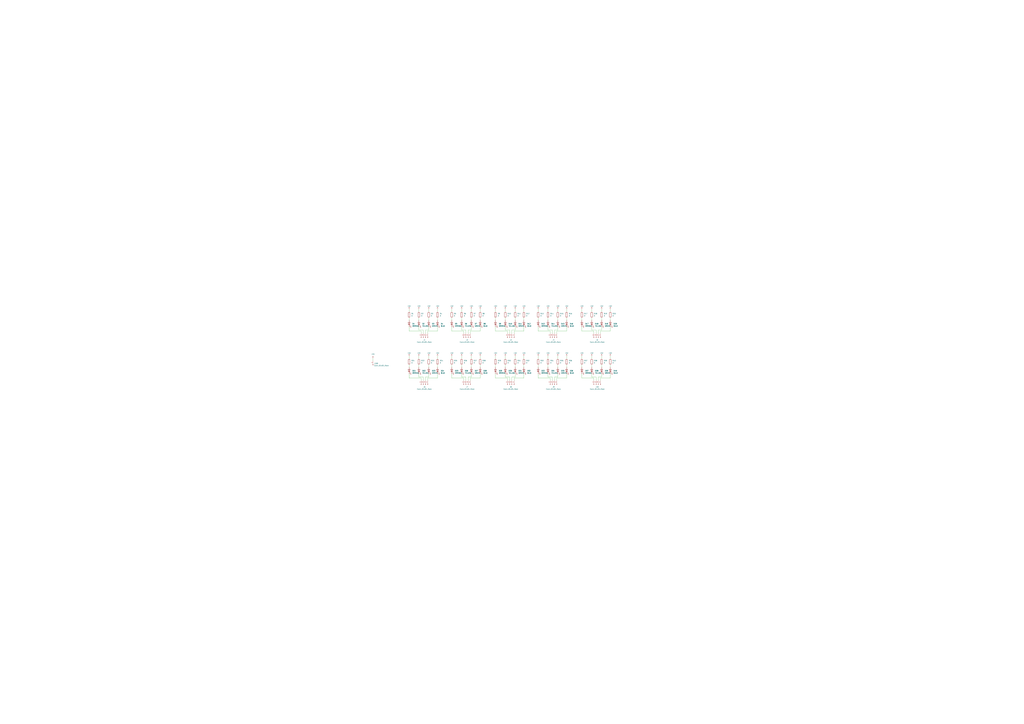
<source format=kicad_sch>
(kicad_sch (version 20211123) (generator eeschema)
  (paper "A0")
  (lib_symbols
    (symbol "Connector:Conn_01x01_Male" (pin_names (offset 1.016) hide)
      (property "Reference" "J" (at 0 2.54 0))
      (property "Value" "Conn_01x01_Male" (at 0 -2.54 0))
      (symbol "Conn_01x01_Male_1_1"
        (polyline (pts (xy 1.27 0) (xy 0.8636 0)) (stroke (width 0.1524)))
        (rectangle (start 0.8636 0.127) (end 0 -0.127) (stroke (width 0.1524)) (fill (type outline)))
        (pin passive line (at 5.08 0 180) (length 3.81) (name "Pin_1") (number "1"))
      )
    )
    (symbol "Connector:Conn_01x04_Male" (pin_names (offset 1.016) hide)
      (property "Reference" "J" (at 0 5.08 0))
      (property "Value" "Conn_01x04_Male" (at 0 -7.62 0))
      (symbol "Conn_01x04_Male_1_1"
        (polyline (pts (xy 1.27 -5.08) (xy 0.8636 -5.08)) (stroke (width 0.1524)))
        (polyline (pts (xy 1.27 -2.54) (xy 0.8636 -2.54)) (stroke (width 0.1524)))
        (polyline (pts (xy 1.27 0) (xy 0.8636 0)) (stroke (width 0.1524)))
        (polyline (pts (xy 1.27 2.54) (xy 0.8636 2.54)) (stroke (width 0.1524)))
        (rectangle (start 0.8636 -4.953) (end 0 -5.207) (stroke (width 0.1524)) (fill (type outline)))
        (rectangle (start 0.8636 -2.413) (end 0 -2.667) (stroke (width 0.1524)) (fill (type outline)))
        (rectangle (start 0.8636 0.127) (end 0 -0.127) (stroke (width 0.1524)) (fill (type outline)))
        (rectangle (start 0.8636 2.667) (end 0 2.413) (stroke (width 0.1524)) (fill (type outline)))
        (pin passive line (at 5.08 2.54 180) (length 3.81) (name "Pin_1") (number "1"))
        (pin passive line (at 5.08 0 180) (length 3.81) (name "Pin_2") (number "2"))
        (pin passive line (at 5.08 -2.54 180) (length 3.81) (name "Pin_3") (number "3"))
        (pin passive line (at 5.08 -5.08 180) (length 3.81) (name "Pin_4") (number "4"))
      )
    )
    (symbol "Device:LED" (pin_numbers hide) (pin_names (offset 1.016) hide)
      (property "Reference" "D" (at 0 2.54 0))
      (property "Value" "LED" (at 0 -2.54 0))
      (symbol "LED_0_1"
        (polyline (pts (xy -1.27 -1.27) (xy -1.27 1.27)) (stroke (width 0.254)))
        (polyline (pts (xy -1.27 0) (xy 1.27 0)))
        (polyline (pts (xy 1.27 -1.27) (xy 1.27 1.27) (xy -1.27 0) (xy 1.27 -1.27)) (stroke (width 0.254)))
        (polyline (pts (xy -3.048 -0.762) (xy -4.572 -2.286) (xy -3.81 -2.286) (xy -4.572 -2.286) (xy -4.572 -1.524)))
        (polyline (pts (xy -1.778 -0.762) (xy -3.302 -2.286) (xy -2.54 -2.286) (xy -3.302 -2.286) (xy -3.302 -1.524)))
      )
      (symbol "LED_1_1"
        (pin passive line (at -3.81 0 0) (length 2.54) (name "K") (number "1"))
        (pin passive line (at 3.81 0 180) (length 2.54) (name "A") (number "2"))
      )
    )
    (symbol "Device:R" (pin_numbers hide) (pin_names (offset 0))
      (property "Reference" "R" (at 2.032 0 90))
      (property "Value" "R" (at 0 0 90))
      (symbol "R_0_1"
        (rectangle (start -1.016 -2.54) (end 1.016 2.54) (stroke (width 0.254)))
      )
      (symbol "R_1_1"
        (pin passive line (at 0 3.81 270) (length 1.27) (name "~") (number "1"))
        (pin passive line (at 0 -3.81 90) (length 1.27) (name "~") (number "2"))
      )
    )
    (symbol "power:+5V" (power) (pin_names (offset 0))
      (property "Value" "+5V" (at 0 3.556 0))
      (symbol "+5V_0_1"
        (polyline (pts (xy -0.762 1.27) (xy 0 2.54)))
        (polyline (pts (xy 0 0) (xy 0 2.54)))
        (polyline (pts (xy 0 2.54) (xy 0.762 1.27)))
      )
      (symbol "+5V_1_1"
        (pin power_in line (at 0 0 90) (length 0) hide (name "+5V") (number "1"))
      )
    )
  )
  (wire (pts (xy 675.64 439.42) (xy 689.61 439.42)))
  (wire (pts (xy 524.51 359.41) (xy 524.51 361.95)))
  (wire (pts (xy 586.74 438.15) (xy 591.82 438.15)))
  (wire (pts (xy 608.33 369.57) (xy 608.33 372.11)))
  (wire (pts (xy 586.74 369.57) (xy 586.74 372.11)))
  (wire (pts (xy 547.37 434.34) (xy 547.37 438.15)))
  (wire (pts (xy 538.48 439.42) (xy 538.48 441.96)))
  (wire (pts (xy 598.17 434.34) (xy 598.17 438.15)))
  (wire (pts (xy 524.51 414.02) (xy 524.51 416.56)))
  (wire (pts (xy 692.15 438.15) (xy 692.15 441.96)))
  (wire (pts (xy 543.56 383.54) (xy 543.56 387.35)))
  (wire (pts (xy 535.94 379.73) (xy 535.94 383.54)))
  (wire (pts (xy 598.17 359.41) (xy 598.17 361.95)))
  (wire (pts (xy 596.9 384.81) (xy 596.9 387.35)))
  (wire (pts (xy 494.03 383.54) (xy 494.03 387.35)))
  (wire (pts (xy 698.5 369.57) (xy 698.5 372.11)))
  (wire (pts (xy 657.86 414.02) (xy 657.86 416.56)))
  (wire (pts (xy 508 439.42) (xy 496.57 439.42)))
  (wire (pts (xy 535.94 359.41) (xy 535.94 361.95)))
  (wire (pts (xy 543.56 438.15) (xy 543.56 441.96)))
  (wire (pts (xy 687.07 369.57) (xy 687.07 372.11)))
  (wire (pts (xy 608.33 424.18) (xy 608.33 426.72)))
  (wire (pts (xy 486.41 424.18) (xy 486.41 426.72)))
  (wire (pts (xy 636.27 379.73) (xy 636.27 383.54)))
  (wire (pts (xy 638.81 439.42) (xy 638.81 441.96)))
  (wire (pts (xy 598.17 438.15) (xy 594.36 438.15)))
  (wire (pts (xy 708.66 369.57) (xy 708.66 372.11)))
  (wire (pts (xy 698.5 434.34) (xy 698.5 438.15)))
  (wire (pts (xy 636.27 438.15) (xy 641.35 438.15)))
  (wire (pts (xy 557.53 384.81) (xy 546.1 384.81)))
  (wire (pts (xy 694.69 383.54) (xy 694.69 387.35)))
  (wire (pts (xy 657.86 384.81) (xy 646.43 384.81)))
  (wire (pts (xy 535.94 434.34) (xy 535.94 438.15)))
  (wire (pts (xy 647.7 414.02) (xy 647.7 416.56)))
  (wire (pts (xy 643.89 438.15) (xy 643.89 441.96)))
  (wire (pts (xy 586.74 424.18) (xy 586.74 426.72)))
  (wire (pts (xy 508 379.73) (xy 508 384.81)))
  (wire (pts (xy 494.03 438.15) (xy 494.03 441.96)))
  (wire (pts (xy 675.64 384.81) (xy 689.61 384.81)))
  (wire (pts (xy 608.33 359.41) (xy 608.33 361.95)))
  (wire (pts (xy 636.27 424.18) (xy 636.27 426.72)))
  (wire (pts (xy 586.74 379.73) (xy 586.74 383.54)))
  (wire (pts (xy 474.98 384.81) (xy 488.95 384.81)))
  (wire (pts (xy 598.17 369.57) (xy 598.17 372.11)))
  (wire (pts (xy 575.31 379.73) (xy 575.31 384.81)))
  (wire (pts (xy 598.17 383.54) (xy 594.36 383.54)))
  (wire (pts (xy 594.36 383.54) (xy 594.36 387.35)))
  (wire (pts (xy 535.94 424.18) (xy 535.94 426.72)))
  (wire (pts (xy 591.82 383.54) (xy 591.82 387.35)))
  (wire (pts (xy 491.49 383.54) (xy 491.49 387.35)))
  (wire (pts (xy 496.57 439.42) (xy 496.57 441.96)))
  (wire (pts (xy 675.64 359.41) (xy 675.64 361.95)))
  (wire (pts (xy 624.84 439.42) (xy 638.81 439.42)))
  (wire (pts (xy 608.33 379.73) (xy 608.33 384.81)))
  (wire (pts (xy 586.74 434.34) (xy 586.74 438.15)))
  (wire (pts (xy 657.86 369.57) (xy 657.86 372.11)))
  (wire (pts (xy 608.33 414.02) (xy 608.33 416.56)))
  (wire (pts (xy 557.53 424.18) (xy 557.53 426.72)))
  (wire (pts (xy 524.51 379.73) (xy 524.51 384.81)))
  (wire (pts (xy 698.5 359.41) (xy 698.5 361.95)))
  (wire (pts (xy 524.51 434.34) (xy 524.51 439.42)))
  (wire (pts (xy 647.7 383.54) (xy 643.89 383.54)))
  (wire (pts (xy 486.41 434.34) (xy 486.41 438.15)))
  (wire (pts (xy 647.7 359.41) (xy 647.7 361.95)))
  (wire (pts (xy 497.84 379.73) (xy 497.84 383.54)))
  (wire (pts (xy 538.48 384.81) (xy 538.48 387.35)))
  (wire (pts (xy 535.94 438.15) (xy 541.02 438.15)))
  (wire (pts (xy 647.7 379.73) (xy 647.7 383.54)))
  (wire (pts (xy 624.84 369.57) (xy 624.84 372.11)))
  (wire (pts (xy 541.02 383.54) (xy 541.02 387.35)))
  (wire (pts (xy 586.74 383.54) (xy 591.82 383.54)))
  (wire (pts (xy 524.51 439.42) (xy 538.48 439.42)))
  (wire (pts (xy 497.84 383.54) (xy 494.03 383.54)))
  (wire (pts (xy 486.41 379.73) (xy 486.41 383.54)))
  (wire (pts (xy 433.07 416.56) (xy 433.07 419.1)))
  (wire (pts (xy 474.98 379.73) (xy 474.98 384.81)))
  (wire (pts (xy 575.31 439.42) (xy 589.28 439.42)))
  (wire (pts (xy 474.98 359.41) (xy 474.98 361.95)))
  (wire (pts (xy 497.84 424.18) (xy 497.84 426.72)))
  (wire (pts (xy 596.9 439.42) (xy 596.9 441.96)))
  (wire (pts (xy 488.95 384.81) (xy 488.95 387.35)))
  (wire (pts (xy 608.33 434.34) (xy 608.33 439.42)))
  (wire (pts (xy 697.23 439.42) (xy 697.23 441.96)))
  (wire (pts (xy 508 414.02) (xy 508 416.56)))
  (wire (pts (xy 638.81 384.81) (xy 638.81 387.35)))
  (wire (pts (xy 708.66 434.34) (xy 708.66 439.42)))
  (wire (pts (xy 708.66 424.18) (xy 708.66 426.72)))
  (wire (pts (xy 497.84 438.15) (xy 494.03 438.15)))
  (wire (pts (xy 641.35 438.15) (xy 641.35 441.96)))
  (wire (pts (xy 575.31 414.02) (xy 575.31 416.56)))
  (wire (pts (xy 675.64 414.02) (xy 675.64 416.56)))
  (wire (pts (xy 586.74 414.02) (xy 586.74 416.56)))
  (wire (pts (xy 697.23 384.81) (xy 697.23 387.35)))
  (wire (pts (xy 508 424.18) (xy 508 426.72)))
  (wire (pts (xy 624.84 414.02) (xy 624.84 416.56)))
  (wire (pts (xy 657.86 424.18) (xy 657.86 426.72)))
  (wire (pts (xy 675.64 424.18) (xy 675.64 426.72)))
  (wire (pts (xy 474.98 424.18) (xy 474.98 426.72)))
  (wire (pts (xy 643.89 383.54) (xy 643.89 387.35)))
  (wire (pts (xy 586.74 359.41) (xy 586.74 361.95)))
  (wire (pts (xy 598.17 414.02) (xy 598.17 416.56)))
  (wire (pts (xy 708.66 414.02) (xy 708.66 416.56)))
  (wire (pts (xy 496.57 384.81) (xy 496.57 387.35)))
  (wire (pts (xy 708.66 384.81) (xy 697.23 384.81)))
  (wire (pts (xy 575.31 369.57) (xy 575.31 372.11)))
  (wire (pts (xy 698.5 383.54) (xy 694.69 383.54)))
  (wire (pts (xy 547.37 414.02) (xy 547.37 416.56)))
  (wire (pts (xy 698.5 379.73) (xy 698.5 383.54)))
  (wire (pts (xy 557.53 439.42) (xy 546.1 439.42)))
  (wire (pts (xy 594.36 438.15) (xy 594.36 441.96)))
  (wire (pts (xy 524.51 369.57) (xy 524.51 372.11)))
  (wire (pts (xy 646.43 439.42) (xy 646.43 441.96)))
  (wire (pts (xy 689.61 439.42) (xy 689.61 441.96)))
  (wire (pts (xy 497.84 414.02) (xy 497.84 416.56)))
  (wire (pts (xy 698.5 438.15) (xy 694.69 438.15)))
  (wire (pts (xy 547.37 424.18) (xy 547.37 426.72)))
  (wire (pts (xy 524.51 424.18) (xy 524.51 426.72)))
  (wire (pts (xy 488.95 439.42) (xy 488.95 441.96)))
  (wire (pts (xy 657.86 439.42) (xy 646.43 439.42)))
  (wire (pts (xy 535.94 414.02) (xy 535.94 416.56)))
  (wire (pts (xy 646.43 384.81) (xy 646.43 387.35)))
  (wire (pts (xy 687.07 359.41) (xy 687.07 361.95)))
  (wire (pts (xy 624.84 379.73) (xy 624.84 384.81)))
  (wire (pts (xy 547.37 438.15) (xy 543.56 438.15)))
  (wire (pts (xy 547.37 379.73) (xy 547.37 383.54)))
  (wire (pts (xy 647.7 424.18) (xy 647.7 426.72)))
  (wire (pts (xy 557.53 359.41) (xy 557.53 361.95)))
  (wire (pts (xy 557.53 379.73) (xy 557.53 384.81)))
  (wire (pts (xy 535.94 369.57) (xy 535.94 372.11)))
  (wire (pts (xy 636.27 359.41) (xy 636.27 361.95)))
  (wire (pts (xy 497.84 359.41) (xy 497.84 361.95)))
  (wire (pts (xy 624.84 359.41) (xy 624.84 361.95)))
  (wire (pts (xy 474.98 369.57) (xy 474.98 372.11)))
  (wire (pts (xy 675.64 379.73) (xy 675.64 384.81)))
  (wire (pts (xy 589.28 439.42) (xy 589.28 441.96)))
  (wire (pts (xy 474.98 414.02) (xy 474.98 416.56)))
  (wire (pts (xy 657.86 359.41) (xy 657.86 361.95)))
  (wire (pts (xy 508 369.57) (xy 508 372.11)))
  (wire (pts (xy 575.31 359.41) (xy 575.31 361.95)))
  (wire (pts (xy 546.1 439.42) (xy 546.1 441.96)))
  (wire (pts (xy 708.66 439.42) (xy 697.23 439.42)))
  (wire (pts (xy 508 384.81) (xy 496.57 384.81)))
  (wire (pts (xy 591.82 438.15) (xy 591.82 441.96)))
  (wire (pts (xy 647.7 438.15) (xy 643.89 438.15)))
  (wire (pts (xy 687.07 434.34) (xy 687.07 438.15)))
  (wire (pts (xy 608.33 439.42) (xy 596.9 439.42)))
  (wire (pts (xy 687.07 424.18) (xy 687.07 426.72)))
  (wire (pts (xy 708.66 359.41) (xy 708.66 361.95)))
  (wire (pts (xy 474.98 439.42) (xy 488.95 439.42)))
  (wire (pts (xy 589.28 384.81) (xy 589.28 387.35)))
  (wire (pts (xy 486.41 369.57) (xy 486.41 372.11)))
  (wire (pts (xy 657.86 434.34) (xy 657.86 439.42)))
  (wire (pts (xy 636.27 414.02) (xy 636.27 416.56)))
  (wire (pts (xy 687.07 379.73) (xy 687.07 383.54)))
  (wire (pts (xy 624.84 384.81) (xy 638.81 384.81)))
  (wire (pts (xy 689.61 384.81) (xy 689.61 387.35)))
  (wire (pts (xy 687.07 438.15) (xy 692.15 438.15)))
  (wire (pts (xy 575.31 434.34) (xy 575.31 439.42)))
  (wire (pts (xy 598.17 379.73) (xy 598.17 383.54)))
  (wire (pts (xy 641.35 383.54) (xy 641.35 387.35)))
  (wire (pts (xy 547.37 383.54) (xy 543.56 383.54)))
  (wire (pts (xy 557.53 369.57) (xy 557.53 372.11)))
  (wire (pts (xy 647.7 434.34) (xy 647.7 438.15)))
  (wire (pts (xy 636.27 369.57) (xy 636.27 372.11)))
  (wire (pts (xy 491.49 438.15) (xy 491.49 441.96)))
  (wire (pts (xy 524.51 384.81) (xy 538.48 384.81)))
  (wire (pts (xy 657.86 379.73) (xy 657.86 384.81)))
  (wire (pts (xy 486.41 383.54) (xy 491.49 383.54)))
  (wire (pts (xy 698.5 424.18) (xy 698.5 426.72)))
  (wire (pts (xy 535.94 383.54) (xy 541.02 383.54)))
  (wire (pts (xy 598.17 424.18) (xy 598.17 426.72)))
  (wire (pts (xy 608.33 384.81) (xy 596.9 384.81)))
  (wire (pts (xy 508 359.41) (xy 508 361.95)))
  (wire (pts (xy 575.31 384.81) (xy 589.28 384.81)))
  (wire (pts (xy 636.27 434.34) (xy 636.27 438.15)))
  (wire (pts (xy 508 434.34) (xy 508 439.42)))
  (wire (pts (xy 497.84 434.34) (xy 497.84 438.15)))
  (wire (pts (xy 708.66 379.73) (xy 708.66 384.81)))
  (wire (pts (xy 486.41 414.02) (xy 486.41 416.56)))
  (wire (pts (xy 486.41 359.41) (xy 486.41 361.95)))
  (wire (pts (xy 636.27 383.54) (xy 641.35 383.54)))
  (wire (pts (xy 546.1 384.81) (xy 546.1 387.35)))
  (wire (pts (xy 497.84 369.57) (xy 497.84 372.11)))
  (wire (pts (xy 486.41 438.15) (xy 491.49 438.15)))
  (wire (pts (xy 698.5 414.02) (xy 698.5 416.56)))
  (wire (pts (xy 692.15 383.54) (xy 692.15 387.35)))
  (wire (pts (xy 675.64 434.34) (xy 675.64 439.42)))
  (wire (pts (xy 557.53 434.34) (xy 557.53 439.42)))
  (wire (pts (xy 687.07 414.02) (xy 687.07 416.56)))
  (wire (pts (xy 541.02 438.15) (xy 541.02 441.96)))
  (wire (pts (xy 694.69 438.15) (xy 694.69 441.96)))
  (wire (pts (xy 547.37 359.41) (xy 547.37 361.95)))
  (wire (pts (xy 624.84 434.34) (xy 624.84 439.42)))
  (wire (pts (xy 675.64 369.57) (xy 675.64 372.11)))
  (wire (pts (xy 687.07 383.54) (xy 692.15 383.54)))
  (wire (pts (xy 647.7 369.57) (xy 647.7 372.11)))
  (wire (pts (xy 474.98 434.34) (xy 474.98 439.42)))
  (wire (pts (xy 624.84 424.18) (xy 624.84 426.72)))
  (wire (pts (xy 575.31 424.18) (xy 575.31 426.72)))
  (wire (pts (xy 547.37 369.57) (xy 547.37 372.11)))
  (wire (pts (xy 557.53 414.02) (xy 557.53 416.56)))
  (symbol (lib_id "Connector:Conn_01x01_Male") (at 433.07 424.18 90) (unit 1)
    (property "Reference" "J100" (at 434.34 422.2749 90) (effects (justify right)))
    (property "Value" "Conn_01x01_Male" (at 434.34 424.8149 90) (effects (justify right)))
    (property "Footprint" "Connector_PinSocket_2.54mm:PinSocket_1x01_P2.54mm_Vertical" (effects hide))
  )
  (symbol (lib_id "Device:R") (at 675.64 365.76 180) (unit 1)
    (property "Reference" "R17" (at 678.18 364.4899 0) (effects (justify right)))
    (property "Value" "R" (at 678.18 367.0299 0) (effects (justify right)))
    (property "Footprint" "Resistor_SMD:R_1206_3216Metric" (effects hide))
  )
  (symbol (lib_id "Device:LED") (at 636.27 375.92 90) (unit 1)
    (property "Reference" "D14" (at 640.08 376.2374 90) (effects (justify right)))
    (property "Value" "YELLOW" (at 640.08 378.7774 90) (effects (justify right)))
    (property "Footprint" "LED_SMD:LED_1210_3225Metric" (effects hide))
  )
  (symbol (lib_id "power:+5V") (at 586.74 359.41 0) (unit 1)
    (property "Reference" "#PWR011" (effects hide))
    (property "Value" "+5V" (at 586.74 355.6 0))
  )
  (symbol (lib_id "power:+5V") (at 497.84 359.41 0) (unit 1)
    (property "Reference" "#PWR04" (effects hide))
    (property "Value" "+5V" (at 497.84 355.6 0))
  )
  (symbol (lib_id "Device:LED") (at 687.07 375.92 90) (unit 1)
    (property "Reference" "D18" (at 690.88 376.2374 90) (effects (justify right)))
    (property "Value" "YELLOW" (at 690.88 378.7774 90) (effects (justify right)))
    (property "Footprint" "LED_SMD:LED_1210_3225Metric" (effects hide))
  )
  (symbol (lib_id "Device:R") (at 636.27 420.37 0) (unit 1)
    (property "Reference" "R34" (at 638.81 419.0999 0) (effects (justify left)))
    (property "Value" "R" (at 638.81 421.6399 0) (effects (justify left)))
    (property "Footprint" "Resistor_SMD:R_1206_3216Metric" (effects hide))
  )
  (symbol (lib_id "Device:R") (at 698.5 420.37 0) (unit 1)
    (property "Reference" "R39" (at 701.04 419.0999 0) (effects (justify left)))
    (property "Value" "R" (at 701.04 421.6399 0) (effects (justify left)))
    (property "Footprint" "Resistor_SMD:R_1206_3216Metric" (effects hide))
  )
  (symbol (lib_id "Device:R") (at 647.7 365.76 0) (unit 1)
    (property "Reference" "R15" (at 650.24 364.4899 0) (effects (justify left)))
    (property "Value" "R" (at 650.24 367.0299 0) (effects (justify left)))
    (property "Footprint" "Resistor_SMD:R_1206_3216Metric" (effects hide))
  )
  (symbol (lib_id "Device:R") (at 675.64 420.37 180) (unit 1)
    (property "Reference" "R37" (at 678.18 419.0999 0) (effects (justify right)))
    (property "Value" "R" (at 678.18 421.6399 0) (effects (justify right)))
    (property "Footprint" "Resistor_SMD:R_1206_3216Metric" (effects hide))
  )
  (symbol (lib_id "power:+5V") (at 486.41 414.02 0) (unit 1)
    (property "Reference" "#PWR023" (effects hide))
    (property "Value" "+5V" (at 486.41 410.21 0))
  )
  (symbol (lib_id "Device:LED") (at 508 375.92 90) (unit 1)
    (property "Reference" "D4" (at 511.81 376.2374 90) (effects (justify right)))
    (property "Value" "BLUE" (at 511.81 378.7774 90) (effects (justify right)))
    (property "Footprint" "LED_SMD:LED_1210_3225Metric" (effects hide))
  )
  (symbol (lib_id "power:+5V") (at 608.33 414.02 0) (unit 1)
    (property "Reference" "#PWR033" (effects hide))
    (property "Value" "+5V" (at 608.33 410.21 0))
  )
  (symbol (lib_id "power:+5V") (at 575.31 359.41 0) (unit 1)
    (property "Reference" "#PWR010" (effects hide))
    (property "Value" "+5V" (at 575.31 355.6 0))
  )
  (symbol (lib_id "power:+5V") (at 698.5 359.41 0) (unit 1)
    (property "Reference" "#PWR020" (effects hide))
    (property "Value" "+5V" (at 698.5 355.6 0))
  )
  (symbol (lib_id "power:+5V") (at 608.33 359.41 0) (unit 1)
    (property "Reference" "#PWR013" (effects hide))
    (property "Value" "+5V" (at 608.33 355.6 0))
  )
  (symbol (lib_id "Device:R") (at 657.86 420.37 0) (unit 1)
    (property "Reference" "R36" (at 660.4 419.0999 0) (effects (justify left)))
    (property "Value" "R" (at 660.4 421.6399 0) (effects (justify left)))
    (property "Footprint" "Resistor_SMD:R_1206_3216Metric" (effects hide))
  )
  (symbol (lib_id "Device:R") (at 598.17 420.37 0) (unit 1)
    (property "Reference" "R31" (at 600.71 419.0999 0) (effects (justify left)))
    (property "Value" "R" (at 600.71 421.6399 0) (effects (justify left)))
    (property "Footprint" "Resistor_SMD:R_1206_3216Metric" (effects hide))
  )
  (symbol (lib_id "Connector:Conn_01x04_Male") (at 491.49 447.04 90) (unit 1)
    (property "Reference" "J6" (at 492.76 449.58 90))
    (property "Value" "Conn_01x04_Male" (at 492.76 452.12 90))
    (property "Footprint" "Connector_PinHeader_2.54mm:PinHeader_1x04_P2.54mm_Horizontal" (effects hide))
  )
  (symbol (lib_id "Device:LED") (at 598.17 375.92 90) (unit 1)
    (property "Reference" "D11" (at 601.98 376.2374 90) (effects (justify right)))
    (property "Value" "GREEN" (at 601.98 378.7774 90) (effects (justify right)))
    (property "Footprint" "LED_SMD:LED_1210_3225Metric" (effects hide))
  )
  (symbol (lib_id "Device:R") (at 486.41 420.37 0) (unit 1)
    (property "Reference" "R22" (at 488.95 419.0999 0) (effects (justify left)))
    (property "Value" "R" (at 488.95 421.6399 0) (effects (justify left)))
    (property "Footprint" "Resistor_SMD:R_1206_3216Metric" (effects hide))
  )
  (symbol (lib_id "Device:R") (at 687.07 365.76 0) (unit 1)
    (property "Reference" "R18" (at 689.61 364.4899 0) (effects (justify left)))
    (property "Value" "R" (at 689.61 367.0299 0) (effects (justify left)))
    (property "Footprint" "Resistor_SMD:R_1206_3216Metric" (effects hide))
  )
  (symbol (lib_id "Device:R") (at 497.84 420.37 0) (unit 1)
    (property "Reference" "R23" (at 500.38 419.0999 0) (effects (justify left)))
    (property "Value" "R" (at 500.38 421.6399 0) (effects (justify left)))
    (property "Footprint" "Resistor_SMD:R_1206_3216Metric" (effects hide))
  )
  (symbol (lib_id "Device:R") (at 586.74 420.37 0) (unit 1)
    (property "Reference" "R30" (at 589.28 419.0999 0) (effects (justify left)))
    (property "Value" "R" (at 589.28 421.6399 0) (effects (justify left)))
    (property "Footprint" "Resistor_SMD:R_1206_3216Metric" (effects hide))
  )
  (symbol (lib_id "power:+5V") (at 647.7 414.02 0) (unit 1)
    (property "Reference" "#PWR036" (effects hide))
    (property "Value" "+5V" (at 647.7 410.21 0))
  )
  (symbol (lib_id "Device:R") (at 474.98 365.76 180) (unit 1)
    (property "Reference" "R1" (at 477.52 364.4899 0) (effects (justify right)))
    (property "Value" "R" (at 477.52 367.0299 0) (effects (justify right)))
    (property "Footprint" "Resistor_SMD:R_1206_3216Metric" (effects hide))
  )
  (symbol (lib_id "power:+5V") (at 636.27 414.02 0) (unit 1)
    (property "Reference" "#PWR035" (effects hide))
    (property "Value" "+5V" (at 636.27 410.21 0))
  )
  (symbol (lib_id "Device:R") (at 708.66 365.76 0) (unit 1)
    (property "Reference" "R20" (at 711.2 364.4899 0) (effects (justify left)))
    (property "Value" "R" (at 711.2 367.0299 0) (effects (justify left)))
    (property "Footprint" "Resistor_SMD:R_1206_3216Metric" (effects hide))
  )
  (symbol (lib_id "Device:LED") (at 557.53 375.92 90) (unit 1)
    (property "Reference" "D8" (at 561.34 376.2374 90) (effects (justify right)))
    (property "Value" "BLUE" (at 561.34 378.7774 90) (effects (justify right)))
    (property "Footprint" "LED_SMD:LED_1210_3225Metric" (effects hide))
  )
  (symbol (lib_id "power:+5V") (at 557.53 414.02 0) (unit 1)
    (property "Reference" "#PWR029" (effects hide))
    (property "Value" "+5V" (at 557.53 410.21 0))
  )
  (symbol (lib_id "Connector:Conn_01x04_Male") (at 494.03 392.43 270) (mirror x) (unit 1)
    (property "Reference" "J1" (at 492.76 394.97 90))
    (property "Value" "Conn_01x04_Male" (at 492.76 397.51 90))
    (property "Footprint" "Connector_PinHeader_2.54mm:PinHeader_1x04_P2.54mm_Horizontal" (effects hide))
  )
  (symbol (lib_id "Device:LED") (at 647.7 375.92 90) (unit 1)
    (property "Reference" "D15" (at 651.51 376.2374 90) (effects (justify right)))
    (property "Value" "GREEN" (at 651.51 378.7774 90) (effects (justify right)))
    (property "Footprint" "LED_SMD:LED_1210_3225Metric" (effects hide))
  )
  (symbol (lib_id "Connector:Conn_01x04_Male") (at 594.36 392.43 270) (mirror x) (unit 1)
    (property "Reference" "J3" (at 593.09 394.97 90))
    (property "Value" "Conn_01x04_Male" (at 593.09 397.51 90))
    (property "Footprint" "Connector_PinHeader_2.54mm:PinHeader_1x04_P2.54mm_Horizontal" (effects hide))
  )
  (symbol (lib_id "Device:R") (at 557.53 420.37 0) (unit 1)
    (property "Reference" "R28" (at 560.07 419.0999 0) (effects (justify left)))
    (property "Value" "R" (at 560.07 421.6399 0) (effects (justify left)))
    (property "Footprint" "Resistor_SMD:R_1206_3216Metric" (effects hide))
  )
  (symbol (lib_id "Device:LED") (at 486.41 430.53 90) (unit 1)
    (property "Reference" "D22" (at 490.22 430.8474 90) (effects (justify right)))
    (property "Value" "YELLOW" (at 490.22 433.3874 90) (effects (justify right)))
    (property "Footprint" "LED_SMD:LED_1210_3225Metric" (effects hide))
  )
  (symbol (lib_id "Device:R") (at 575.31 365.76 180) (unit 1)
    (property "Reference" "R9" (at 577.85 364.4899 0) (effects (justify right)))
    (property "Value" "R" (at 577.85 367.0299 0) (effects (justify right)))
    (property "Footprint" "Resistor_SMD:R_1206_3216Metric" (effects hide))
  )
  (symbol (lib_id "Device:R") (at 508 420.37 0) (unit 1)
    (property "Reference" "R24" (at 510.54 419.0999 0) (effects (justify left)))
    (property "Value" "R" (at 510.54 421.6399 0) (effects (justify left)))
    (property "Footprint" "Resistor_SMD:R_1206_3216Metric" (effects hide))
  )
  (symbol (lib_id "power:+5V") (at 535.94 359.41 0) (unit 1)
    (property "Reference" "#PWR07" (effects hide))
    (property "Value" "+5V" (at 535.94 355.6 0))
  )
  (symbol (lib_id "Device:R") (at 524.51 365.76 180) (unit 1)
    (property "Reference" "R5" (at 527.05 364.4899 0) (effects (justify right)))
    (property "Value" "R" (at 527.05 367.0299 0) (effects (justify right)))
    (property "Footprint" "Resistor_SMD:R_1206_3216Metric" (effects hide))
  )
  (symbol (lib_id "power:+5V") (at 433.07 416.56 0) (unit 1)
    (property "Reference" "#PWR01" (effects hide))
    (property "Value" "+5V" (at 433.07 411.48 0))
  )
  (symbol (lib_id "Device:R") (at 508 365.76 0) (unit 1)
    (property "Reference" "R4" (at 510.54 364.4899 0) (effects (justify left)))
    (property "Value" "R" (at 510.54 367.0299 0) (effects (justify left)))
    (property "Footprint" "Resistor_SMD:R_1206_3216Metric" (effects hide))
  )
  (symbol (lib_id "Device:LED") (at 535.94 430.53 90) (unit 1)
    (property "Reference" "D26" (at 539.75 430.8474 90) (effects (justify right)))
    (property "Value" "YELLOW" (at 539.75 433.3874 90) (effects (justify right)))
    (property "Footprint" "LED_SMD:LED_1210_3225Metric" (effects hide))
  )
  (symbol (lib_id "Device:R") (at 535.94 420.37 0) (unit 1)
    (property "Reference" "R26" (at 538.48 419.0999 0) (effects (justify left)))
    (property "Value" "R" (at 538.48 421.6399 0) (effects (justify left)))
    (property "Footprint" "Resistor_SMD:R_1206_3216Metric" (effects hide))
  )
  (symbol (lib_id "Device:LED") (at 486.41 375.92 90) (unit 1)
    (property "Reference" "D2" (at 490.22 376.2374 90) (effects (justify right)))
    (property "Value" "YELLOW" (at 490.22 378.7774 90) (effects (justify right)))
    (property "Footprint" "LED_SMD:LED_1210_3225Metric" (effects hide))
  )
  (symbol (lib_id "Device:LED") (at 657.86 430.53 90) (unit 1)
    (property "Reference" "D36" (at 661.67 430.8474 90) (effects (justify right)))
    (property "Value" "BLUE" (at 661.67 433.3874 90) (effects (justify right)))
    (property "Footprint" "LED_SMD:LED_1210_3225Metric" (effects hide))
  )
  (symbol (lib_id "Device:LED") (at 698.5 430.53 90) (unit 1)
    (property "Reference" "D39" (at 702.31 430.8474 90) (effects (justify right)))
    (property "Value" "GREEN" (at 702.31 433.3874 90) (effects (justify right)))
    (property "Footprint" "LED_SMD:LED_1210_3225Metric" (effects hide))
  )
  (symbol (lib_id "Device:LED") (at 608.33 375.92 90) (unit 1)
    (property "Reference" "D12" (at 612.14 376.2374 90) (effects (justify right)))
    (property "Value" "BLUE" (at 612.14 378.7774 90) (effects (justify right)))
    (property "Footprint" "LED_SMD:LED_1210_3225Metric" (effects hide))
  )
  (symbol (lib_id "power:+5V") (at 586.74 414.02 0) (unit 1)
    (property "Reference" "#PWR031" (effects hide))
    (property "Value" "+5V" (at 586.74 410.21 0))
  )
  (symbol (lib_id "Connector:Conn_01x04_Male") (at 543.56 392.43 270) (mirror x) (unit 1)
    (property "Reference" "J2" (at 542.29 394.97 90))
    (property "Value" "Conn_01x04_Male" (at 542.29 397.51 90))
    (property "Footprint" "Connector_PinHeader_2.54mm:PinHeader_1x04_P2.54mm_Horizontal" (effects hide))
  )
  (symbol (lib_id "Device:LED") (at 698.5 375.92 90) (unit 1)
    (property "Reference" "D19" (at 702.31 376.2374 90) (effects (justify right)))
    (property "Value" "GREEN" (at 702.31 378.7774 90) (effects (justify right)))
    (property "Footprint" "LED_SMD:LED_1210_3225Metric" (effects hide))
  )
  (symbol (lib_id "power:+5V") (at 657.86 414.02 0) (unit 1)
    (property "Reference" "#PWR037" (effects hide))
    (property "Value" "+5V" (at 657.86 410.21 0))
  )
  (symbol (lib_id "Device:LED") (at 657.86 375.92 90) (unit 1)
    (property "Reference" "D16" (at 661.67 376.2374 90) (effects (justify right)))
    (property "Value" "BLUE" (at 661.67 378.7774 90) (effects (justify right)))
    (property "Footprint" "LED_SMD:LED_1210_3225Metric" (effects hide))
  )
  (symbol (lib_id "Device:LED") (at 708.66 375.92 90) (unit 1)
    (property "Reference" "D20" (at 712.47 376.2374 90) (effects (justify right)))
    (property "Value" "BLUE" (at 712.47 378.7774 90) (effects (justify right)))
    (property "Footprint" "LED_SMD:LED_1210_3225Metric" (effects hide))
  )
  (symbol (lib_id "Device:R") (at 687.07 420.37 0) (unit 1)
    (property "Reference" "R38" (at 689.61 419.0999 0) (effects (justify left)))
    (property "Value" "R" (at 689.61 421.6399 0) (effects (justify left)))
    (property "Footprint" "Resistor_SMD:R_1206_3216Metric" (effects hide))
  )
  (symbol (lib_id "Device:LED") (at 524.51 375.92 90) (unit 1)
    (property "Reference" "D5" (at 528.32 376.2374 90) (effects (justify right)))
    (property "Value" "ORANGE" (at 528.32 378.7774 90) (effects (justify right)))
    (property "Footprint" "LED_SMD:LED_1210_3225Metric" (effects hide))
  )
  (symbol (lib_id "Device:LED") (at 636.27 430.53 90) (unit 1)
    (property "Reference" "D34" (at 640.08 430.8474 90) (effects (justify right)))
    (property "Value" "YELLOW" (at 640.08 433.3874 90) (effects (justify right)))
    (property "Footprint" "LED_SMD:LED_1210_3225Metric" (effects hide))
  )
  (symbol (lib_id "Device:LED") (at 708.66 430.53 90) (unit 1)
    (property "Reference" "D40" (at 712.47 430.8474 90) (effects (justify right)))
    (property "Value" "BLUE" (at 712.47 433.3874 90) (effects (justify right)))
    (property "Footprint" "LED_SMD:LED_1210_3225Metric" (effects hide))
  )
  (symbol (lib_id "power:+5V") (at 598.17 414.02 0) (unit 1)
    (property "Reference" "#PWR032" (effects hide))
    (property "Value" "+5V" (at 598.17 410.21 0))
  )
  (symbol (lib_id "Device:R") (at 624.84 420.37 180) (unit 1)
    (property "Reference" "R33" (at 627.38 419.0999 0) (effects (justify right)))
    (property "Value" "R" (at 627.38 421.6399 0) (effects (justify right)))
    (property "Footprint" "Resistor_SMD:R_1206_3216Metric" (effects hide))
  )
  (symbol (lib_id "Device:LED") (at 535.94 375.92 90) (unit 1)
    (property "Reference" "D6" (at 539.75 376.2374 90) (effects (justify right)))
    (property "Value" "YELLOW" (at 539.75 378.7774 90) (effects (justify right)))
    (property "Footprint" "LED_SMD:LED_1210_3225Metric" (effects hide))
  )
  (symbol (lib_id "Device:LED") (at 608.33 430.53 90) (unit 1)
    (property "Reference" "D32" (at 612.14 430.8474 90) (effects (justify right)))
    (property "Value" "BLUE" (at 612.14 433.3874 90) (effects (justify right)))
    (property "Footprint" "LED_SMD:LED_1210_3225Metric" (effects hide))
  )
  (symbol (lib_id "Device:LED") (at 598.17 430.53 90) (unit 1)
    (property "Reference" "D31" (at 601.98 430.8474 90) (effects (justify right)))
    (property "Value" "GREEN" (at 601.98 433.3874 90) (effects (justify right)))
    (property "Footprint" "LED_SMD:LED_1210_3225Metric" (effects hide))
  )
  (symbol (lib_id "Device:LED") (at 497.84 375.92 90) (unit 1)
    (property "Reference" "D3" (at 501.65 376.2374 90) (effects (justify right)))
    (property "Value" "GREEN" (at 501.65 378.7774 90) (effects (justify right)))
    (property "Footprint" "LED_SMD:LED_1210_3225Metric" (effects hide))
  )
  (symbol (lib_id "Device:R") (at 608.33 420.37 0) (unit 1)
    (property "Reference" "R32" (at 610.87 419.0999 0) (effects (justify left)))
    (property "Value" "R" (at 610.87 421.6399 0) (effects (justify left)))
    (property "Footprint" "Resistor_SMD:R_1206_3216Metric" (effects hide))
  )
  (symbol (lib_id "power:+5V") (at 624.84 359.41 0) (unit 1)
    (property "Reference" "#PWR014" (effects hide))
    (property "Value" "+5V" (at 624.84 355.6 0))
  )
  (symbol (lib_id "power:+5V") (at 547.37 359.41 0) (unit 1)
    (property "Reference" "#PWR08" (effects hide))
    (property "Value" "+5V" (at 547.37 355.6 0))
  )
  (symbol (lib_id "power:+5V") (at 598.17 359.41 0) (unit 1)
    (property "Reference" "#PWR012" (effects hide))
    (property "Value" "+5V" (at 598.17 355.6 0))
  )
  (symbol (lib_id "power:+5V") (at 508 359.41 0) (unit 1)
    (property "Reference" "#PWR05" (effects hide))
    (property "Value" "+5V" (at 508 355.6 0))
  )
  (symbol (lib_id "power:+5V") (at 675.64 359.41 0) (unit 1)
    (property "Reference" "#PWR018" (effects hide))
    (property "Value" "+5V" (at 675.64 355.6 0))
  )
  (symbol (lib_id "power:+5V") (at 474.98 414.02 0) (unit 1)
    (property "Reference" "#PWR022" (effects hide))
    (property "Value" "+5V" (at 474.98 410.21 0))
  )
  (symbol (lib_id "power:+5V") (at 474.98 359.41 0) (unit 1)
    (property "Reference" "#PWR02" (effects hide))
    (property "Value" "+5V" (at 474.98 355.6 0))
  )
  (symbol (lib_id "power:+5V") (at 547.37 414.02 0) (unit 1)
    (property "Reference" "#PWR028" (effects hide))
    (property "Value" "+5V" (at 547.37 410.21 0))
  )
  (symbol (lib_id "Connector:Conn_01x04_Male") (at 694.69 392.43 270) (mirror x) (unit 1)
    (property "Reference" "J5" (at 693.42 394.97 90))
    (property "Value" "Conn_01x04_Male" (at 693.42 397.51 90))
    (property "Footprint" "Connector_PinHeader_2.54mm:PinHeader_1x04_P2.54mm_Horizontal" (effects hide))
  )
  (symbol (lib_id "power:+5V") (at 557.53 359.41 0) (unit 1)
    (property "Reference" "#PWR09" (effects hide))
    (property "Value" "+5V" (at 557.53 355.6 0))
  )
  (symbol (lib_id "power:+5V") (at 687.07 414.02 0) (unit 1)
    (property "Reference" "#PWR039" (effects hide))
    (property "Value" "+5V" (at 687.07 410.21 0))
  )
  (symbol (lib_id "power:+5V") (at 636.27 359.41 0) (unit 1)
    (property "Reference" "#PWR015" (effects hide))
    (property "Value" "+5V" (at 636.27 355.6 0))
  )
  (symbol (lib_id "power:+5V") (at 698.5 414.02 0) (unit 1)
    (property "Reference" "#PWR040" (effects hide))
    (property "Value" "+5V" (at 698.5 410.21 0))
  )
  (symbol (lib_id "Device:R") (at 636.27 365.76 0) (unit 1)
    (property "Reference" "R14" (at 638.81 364.4899 0) (effects (justify left)))
    (property "Value" "R" (at 638.81 367.0299 0) (effects (justify left)))
    (property "Footprint" "Resistor_SMD:R_1206_3216Metric" (effects hide))
  )
  (symbol (lib_id "Device:R") (at 535.94 365.76 0) (unit 1)
    (property "Reference" "R6" (at 538.48 364.4899 0) (effects (justify left)))
    (property "Value" "R" (at 538.48 367.0299 0) (effects (justify left)))
    (property "Footprint" "Resistor_SMD:R_1206_3216Metric" (effects hide))
  )
  (symbol (lib_id "power:+5V") (at 687.07 359.41 0) (unit 1)
    (property "Reference" "#PWR019" (effects hide))
    (property "Value" "+5V" (at 687.07 355.6 0))
  )
  (symbol (lib_id "Device:LED") (at 575.31 430.53 90) (unit 1)
    (property "Reference" "D29" (at 579.12 430.8474 90) (effects (justify right)))
    (property "Value" "ORANGE" (at 579.12 433.3874 90) (effects (justify right)))
    (property "Footprint" "LED_SMD:LED_1210_3225Metric" (effects hide))
  )
  (symbol (lib_id "Device:LED") (at 497.84 430.53 90) (unit 1)
    (property "Reference" "D23" (at 501.65 430.8474 90) (effects (justify right)))
    (property "Value" "GREEN" (at 501.65 433.3874 90) (effects (justify right)))
    (property "Footprint" "LED_SMD:LED_1210_3225Metric" (effects hide))
  )
  (symbol (lib_id "Device:LED") (at 586.74 375.92 90) (unit 1)
    (property "Reference" "D10" (at 590.55 376.2374 90) (effects (justify right)))
    (property "Value" "YELLOW" (at 590.55 378.7774 90) (effects (justify right)))
    (property "Footprint" "LED_SMD:LED_1210_3225Metric" (effects hide))
  )
  (symbol (lib_id "power:+5V") (at 657.86 359.41 0) (unit 1)
    (property "Reference" "#PWR017" (effects hide))
    (property "Value" "+5V" (at 657.86 355.6 0))
  )
  (symbol (lib_id "power:+5V") (at 624.84 414.02 0) (unit 1)
    (property "Reference" "#PWR034" (effects hide))
    (property "Value" "+5V" (at 624.84 410.21 0))
  )
  (symbol (lib_id "power:+5V") (at 535.94 414.02 0) (unit 1)
    (property "Reference" "#PWR027" (effects hide))
    (property "Value" "+5V" (at 535.94 410.21 0))
  )
  (symbol (lib_id "Device:LED") (at 687.07 430.53 90) (unit 1)
    (property "Reference" "D38" (at 690.88 430.8474 90) (effects (justify right)))
    (property "Value" "YELLOW" (at 690.88 433.3874 90) (effects (justify right)))
    (property "Footprint" "LED_SMD:LED_1210_3225Metric" (effects hide))
  )
  (symbol (lib_id "Device:LED") (at 547.37 375.92 90) (unit 1)
    (property "Reference" "D7" (at 551.18 376.2374 90) (effects (justify right)))
    (property "Value" "GREEN" (at 551.18 378.7774 90) (effects (justify right)))
    (property "Footprint" "LED_SMD:LED_1210_3225Metric" (effects hide))
  )
  (symbol (lib_id "Device:LED") (at 675.64 375.92 90) (unit 1)
    (property "Reference" "D17" (at 679.45 376.2374 90) (effects (justify right)))
    (property "Value" "ORANGE" (at 679.45 378.7774 90) (effects (justify right)))
    (property "Footprint" "LED_SMD:LED_1210_3225Metric" (effects hide))
  )
  (symbol (lib_id "Device:R") (at 598.17 365.76 0) (unit 1)
    (property "Reference" "R11" (at 600.71 364.4899 0) (effects (justify left)))
    (property "Value" "R" (at 600.71 367.0299 0) (effects (justify left)))
    (property "Footprint" "Resistor_SMD:R_1206_3216Metric" (effects hide))
  )
  (symbol (lib_id "Device:LED") (at 647.7 430.53 90) (unit 1)
    (property "Reference" "D35" (at 651.51 430.8474 90) (effects (justify right)))
    (property "Value" "GREEN" (at 651.51 433.3874 90) (effects (justify right)))
    (property "Footprint" "LED_SMD:LED_1210_3225Metric" (effects hide))
  )
  (symbol (lib_id "power:+5V") (at 524.51 414.02 0) (unit 1)
    (property "Reference" "#PWR026" (effects hide))
    (property "Value" "+5V" (at 524.51 410.21 0))
  )
  (symbol (lib_id "Device:LED") (at 474.98 430.53 90) (unit 1)
    (property "Reference" "D21" (at 478.79 430.8474 90) (effects (justify right)))
    (property "Value" "ORANGE" (at 478.79 433.3874 90) (effects (justify right)))
    (property "Footprint" "LED_SMD:LED_1210_3225Metric" (effects hide))
  )
  (symbol (lib_id "Device:R") (at 557.53 365.76 0) (unit 1)
    (property "Reference" "R8" (at 560.07 364.4899 0) (effects (justify left)))
    (property "Value" "R" (at 560.07 367.0299 0) (effects (justify left)))
    (property "Footprint" "Resistor_SMD:R_1206_3216Metric" (effects hide))
  )
  (symbol (lib_id "power:+5V") (at 575.31 414.02 0) (unit 1)
    (property "Reference" "#PWR030" (effects hide))
    (property "Value" "+5V" (at 575.31 410.21 0))
  )
  (symbol (lib_id "power:+5V") (at 508 414.02 0) (unit 1)
    (property "Reference" "#PWR025" (effects hide))
    (property "Value" "+5V" (at 508 410.21 0))
  )
  (symbol (lib_id "Device:LED") (at 675.64 430.53 90) (unit 1)
    (property "Reference" "D37" (at 679.45 430.8474 90) (effects (justify right)))
    (property "Value" "ORANGE" (at 679.45 433.3874 90) (effects (justify right)))
    (property "Footprint" "LED_SMD:LED_1210_3225Metric" (effects hide))
  )
  (symbol (lib_id "Device:R") (at 657.86 365.76 0) (unit 1)
    (property "Reference" "R16" (at 660.4 364.4899 0) (effects (justify left)))
    (property "Value" "R" (at 660.4 367.0299 0) (effects (justify left)))
    (property "Footprint" "Resistor_SMD:R_1206_3216Metric" (effects hide))
  )
  (symbol (lib_id "power:+5V") (at 675.64 414.02 0) (unit 1)
    (property "Reference" "#PWR038" (effects hide))
    (property "Value" "+5V" (at 675.64 410.21 0))
  )
  (symbol (lib_id "Device:R") (at 474.98 420.37 180) (unit 1)
    (property "Reference" "R21" (at 477.52 419.0999 0) (effects (justify right)))
    (property "Value" "R" (at 477.52 421.6399 0) (effects (justify right)))
    (property "Footprint" "Resistor_SMD:R_1206_3216Metric" (effects hide))
  )
  (symbol (lib_id "power:+5V") (at 524.51 359.41 0) (unit 1)
    (property "Reference" "#PWR06" (effects hide))
    (property "Value" "+5V" (at 524.51 355.6 0))
  )
  (symbol (lib_id "Device:R") (at 624.84 365.76 180) (unit 1)
    (property "Reference" "R13" (at 627.38 364.4899 0) (effects (justify right)))
    (property "Value" "R" (at 627.38 367.0299 0) (effects (justify right)))
    (property "Footprint" "Resistor_SMD:R_1206_3216Metric" (effects hide))
  )
  (symbol (lib_id "Device:R") (at 575.31 420.37 180) (unit 1)
    (property "Reference" "R29" (at 577.85 419.0999 0) (effects (justify right)))
    (property "Value" "R" (at 577.85 421.6399 0) (effects (justify right)))
    (property "Footprint" "Resistor_SMD:R_1206_3216Metric" (effects hide))
  )
  (symbol (lib_id "Device:R") (at 524.51 420.37 180) (unit 1)
    (property "Reference" "R25" (at 527.05 419.0999 0) (effects (justify right)))
    (property "Value" "R" (at 527.05 421.6399 0) (effects (justify right)))
    (property "Footprint" "Resistor_SMD:R_1206_3216Metric" (effects hide))
  )
  (symbol (lib_id "Device:LED") (at 524.51 430.53 90) (unit 1)
    (property "Reference" "D25" (at 528.32 430.8474 90) (effects (justify right)))
    (property "Value" "ORANGE" (at 528.32 433.3874 90) (effects (justify right)))
    (property "Footprint" "LED_SMD:LED_1210_3225Metric" (effects hide))
  )
  (symbol (lib_id "Device:LED") (at 557.53 430.53 90) (unit 1)
    (property "Reference" "D28" (at 561.34 430.8474 90) (effects (justify right)))
    (property "Value" "BLUE" (at 561.34 433.3874 90) (effects (justify right)))
    (property "Footprint" "LED_SMD:LED_1210_3225Metric" (effects hide))
  )
  (symbol (lib_id "Device:R") (at 547.37 420.37 0) (unit 1)
    (property "Reference" "R27" (at 549.91 419.0999 0) (effects (justify left)))
    (property "Value" "R" (at 549.91 421.6399 0) (effects (justify left)))
    (property "Footprint" "Resistor_SMD:R_1206_3216Metric" (effects hide))
  )
  (symbol (lib_id "Device:R") (at 586.74 365.76 0) (unit 1)
    (property "Reference" "R10" (at 589.28 364.4899 0) (effects (justify left)))
    (property "Value" "R" (at 589.28 367.0299 0) (effects (justify left)))
    (property "Footprint" "Resistor_SMD:R_1206_3216Metric" (effects hide))
  )
  (symbol (lib_id "power:+5V") (at 497.84 414.02 0) (unit 1)
    (property "Reference" "#PWR024" (effects hide))
    (property "Value" "+5V" (at 497.84 410.21 0))
  )
  (symbol (lib_id "Device:LED") (at 474.98 375.92 90) (unit 1)
    (property "Reference" "D1" (at 478.79 376.2374 90) (effects (justify right)))
    (property "Value" "ORANGE" (at 478.79 378.7774 90) (effects (justify right)))
    (property "Footprint" "LED_SMD:LED_1210_3225Metric" (effects hide))
  )
  (symbol (lib_id "Device:LED") (at 547.37 430.53 90) (unit 1)
    (property "Reference" "D27" (at 551.18 430.8474 90) (effects (justify right)))
    (property "Value" "GREEN" (at 551.18 433.3874 90) (effects (justify right)))
    (property "Footprint" "LED_SMD:LED_1210_3225Metric" (effects hide))
  )
  (symbol (lib_id "Device:LED") (at 508 430.53 90) (unit 1)
    (property "Reference" "D24" (at 511.81 430.8474 90) (effects (justify right)))
    (property "Value" "BLUE" (at 511.81 433.3874 90) (effects (justify right)))
    (property "Footprint" "LED_SMD:LED_1210_3225Metric" (effects hide))
  )
  (symbol (lib_id "Connector:Conn_01x04_Male") (at 641.35 447.04 90) (unit 1)
    (property "Reference" "J9" (at 642.62 449.58 90))
    (property "Value" "Conn_01x04_Male" (at 642.62 452.12 90))
    (property "Footprint" "Connector_PinHeader_2.54mm:PinHeader_1x04_P2.54mm_Horizontal" (effects hide))
  )
  (symbol (lib_id "Device:R") (at 486.41 365.76 0) (unit 1)
    (property "Reference" "R2" (at 488.95 364.4899 0) (effects (justify left)))
    (property "Value" "R" (at 488.95 367.0299 0) (effects (justify left)))
    (property "Footprint" "Resistor_SMD:R_1206_3216Metric" (effects hide))
  )
  (symbol (lib_id "Device:R") (at 497.84 365.76 0) (unit 1)
    (property "Reference" "R3" (at 500.38 364.4899 0) (effects (justify left)))
    (property "Value" "R" (at 500.38 367.0299 0) (effects (justify left)))
    (property "Footprint" "Resistor_SMD:R_1206_3216Metric" (effects hide))
  )
  (symbol (lib_id "Connector:Conn_01x04_Male") (at 643.89 392.43 270) (mirror x) (unit 1)
    (property "Reference" "J4" (at 642.62 394.97 90))
    (property "Value" "Conn_01x04_Male" (at 642.62 397.51 90))
    (property "Footprint" "Connector_PinHeader_2.54mm:PinHeader_1x04_P2.54mm_Horizontal" (effects hide))
  )
  (symbol (lib_id "Device:R") (at 547.37 365.76 0) (unit 1)
    (property "Reference" "R7" (at 549.91 364.4899 0) (effects (justify left)))
    (property "Value" "R" (at 549.91 367.0299 0) (effects (justify left)))
    (property "Footprint" "Resistor_SMD:R_1206_3216Metric" (effects hide))
  )
  (symbol (lib_id "power:+5V") (at 708.66 359.41 0) (unit 1)
    (property "Reference" "#PWR021" (effects hide))
    (property "Value" "+5V" (at 708.66 355.6 0))
  )
  (symbol (lib_id "Device:R") (at 608.33 365.76 0) (unit 1)
    (property "Reference" "R12" (at 610.87 364.4899 0) (effects (justify left)))
    (property "Value" "R" (at 610.87 367.0299 0) (effects (justify left)))
    (property "Footprint" "Resistor_SMD:R_1206_3216Metric" (effects hide))
  )
  (symbol (lib_id "Device:LED") (at 586.74 430.53 90) (unit 1)
    (property "Reference" "D30" (at 590.55 430.8474 90) (effects (justify right)))
    (property "Value" "YELLOW" (at 590.55 433.3874 90) (effects (justify right)))
    (property "Footprint" "LED_SMD:LED_1210_3225Metric" (effects hide))
  )
  (symbol (lib_id "Device:LED") (at 624.84 375.92 90) (unit 1)
    (property "Reference" "D13" (at 628.65 376.2374 90) (effects (justify right)))
    (property "Value" "ORANGE" (at 628.65 378.7774 90) (effects (justify right)))
    (property "Footprint" "LED_SMD:LED_1210_3225Metric" (effects hide))
  )
  (symbol (lib_id "Device:R") (at 647.7 420.37 0) (unit 1)
    (property "Reference" "R35" (at 650.24 419.0999 0) (effects (justify left)))
    (property "Value" "R" (at 650.24 421.6399 0) (effects (justify left)))
    (property "Footprint" "Resistor_SMD:R_1206_3216Metric" (effects hide))
  )
  (symbol (lib_id "power:+5V") (at 708.66 414.02 0) (unit 1)
    (property "Reference" "#PWR041" (effects hide))
    (property "Value" "+5V" (at 708.66 410.21 0))
  )
  (symbol (lib_id "Device:LED") (at 624.84 430.53 90) (unit 1)
    (property "Reference" "D33" (at 628.65 430.8474 90) (effects (justify right)))
    (property "Value" "ORANGE" (at 628.65 433.3874 90) (effects (justify right)))
    (property "Footprint" "LED_SMD:LED_1210_3225Metric" (effects hide))
  )
  (symbol (lib_id "Device:R") (at 708.66 420.37 0) (unit 1)
    (property "Reference" "R40" (at 711.2 419.0999 0) (effects (justify left)))
    (property "Value" "R" (at 711.2 421.6399 0) (effects (justify left)))
    (property "Footprint" "Resistor_SMD:R_1206_3216Metric" (effects hide))
  )
  (symbol (lib_id "Connector:Conn_01x04_Male") (at 692.15 447.04 90) (unit 1)
    (property "Reference" "J10" (at 693.42 449.58 90))
    (property "Value" "Conn_01x04_Male" (at 693.42 452.12 90))
    (property "Footprint" "Connector_PinHeader_2.54mm:PinHeader_1x04_P2.54mm_Horizontal" (effects hide))
  )
  (symbol (lib_id "Device:LED") (at 575.31 375.92 90) (unit 1)
    (property "Reference" "D9" (at 579.12 376.2374 90) (effects (justify right)))
    (property "Value" "ORANGE" (at 579.12 378.7774 90) (effects (justify right)))
    (property "Footprint" "LED_SMD:LED_1210_3225Metric" (effects hide))
  )
  (symbol (lib_id "Connector:Conn_01x04_Male") (at 591.82 447.04 90) (unit 1)
    (property "Reference" "J8" (at 593.09 449.58 90))
    (property "Value" "Conn_01x04_Male" (at 593.09 452.12 90))
    (property "Footprint" "Connector_PinHeader_2.54mm:PinHeader_1x04_P2.54mm_Horizontal" (effects hide))
  )
  (symbol (lib_id "Device:R") (at 698.5 365.76 0) (unit 1)
    (property "Reference" "R19" (at 701.04 364.4899 0) (effects (justify left)))
    (property "Value" "R" (at 701.04 367.0299 0) (effects (justify left)))
    (property "Footprint" "Resistor_SMD:R_1206_3216Metric" (effects hide))
  )
  (symbol (lib_id "power:+5V") (at 486.41 359.41 0) (unit 1)
    (property "Reference" "#PWR03" (effects hide))
    (property "Value" "+5V" (at 486.41 355.6 0))
  )
  (symbol (lib_id "power:+5V") (at 647.7 359.41 0) (unit 1)
    (property "Reference" "#PWR016" (effects hide))
    (property "Value" "+5V" (at 647.7 355.6 0))
  )
  (symbol (lib_id "Connector:Conn_01x04_Male") (at 541.02 447.04 90) (unit 1)
    (property "Reference" "J7" (at 542.29 449.58 90))
    (property "Value" "Conn_01x04_Male" (at 542.29 452.12 90))
    (property "Footprint" "Connector_PinHeader_2.54mm:PinHeader_1x04_P2.54mm_Horizontal" (effects hide))
  )
)
</source>
